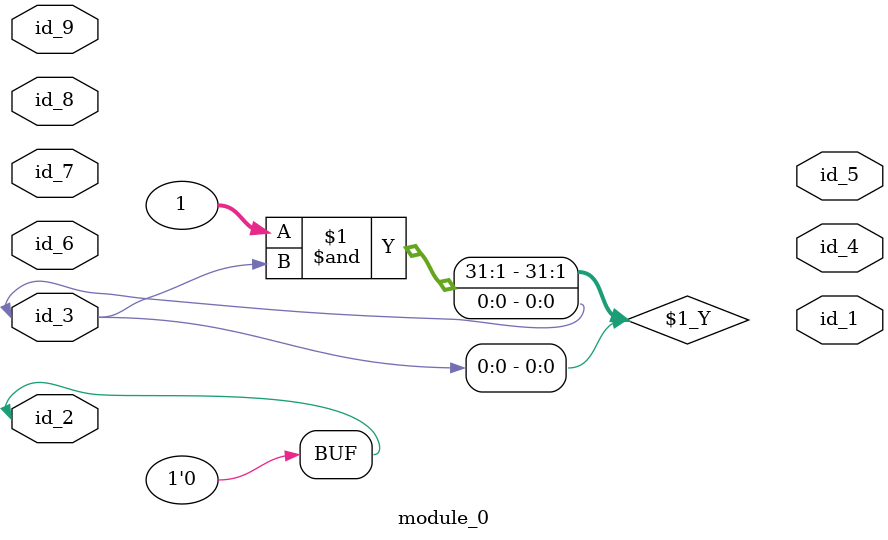
<source format=v>
`define pp_9 0
module module_0 (
    id_1,
    id_2,
    id_3,
    id_4,
    id_5,
    id_6,
    id_7,
    id_8,
    id_9
);
  input id_9;
  input id_8;
  input id_7;
  inout id_6;
  output id_5;
  output id_4;
  inout id_3;
  inout id_2;
  output id_1;
  assign id_2 = (1'b0);
  assign id_3 = 1 & id_3;
endmodule

</source>
